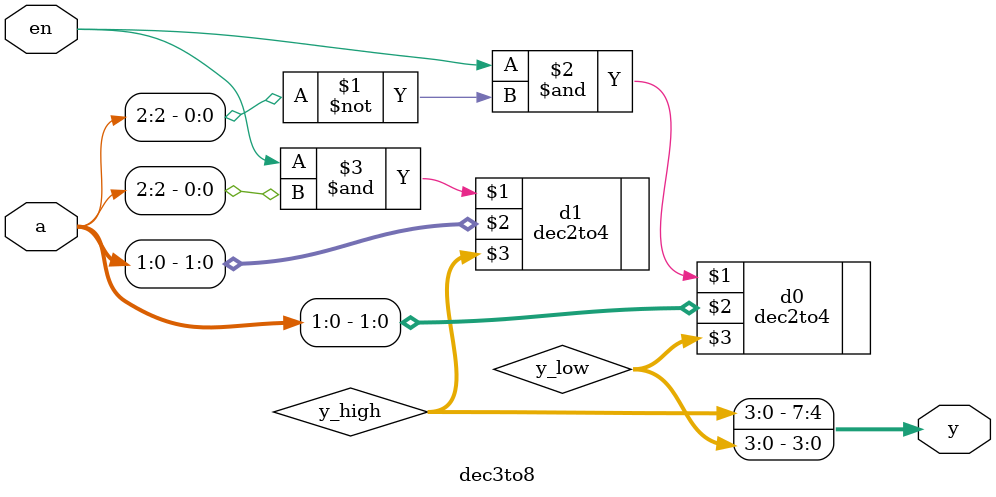
<source format=v>
`include "dec2to4.v"
module dec3to8(en, a, y);
  input en;
  input [2:0] a;
  output [7:0] y;

  wire [3:0] y_low, y_high;

  dec2to4 d0(en & ~a[2], a[1:0], y_low);  
  dec2to4 d1(en & a[2], a[1:0], y_high);  

  assign y = {y_high, y_low};
endmodule

</source>
